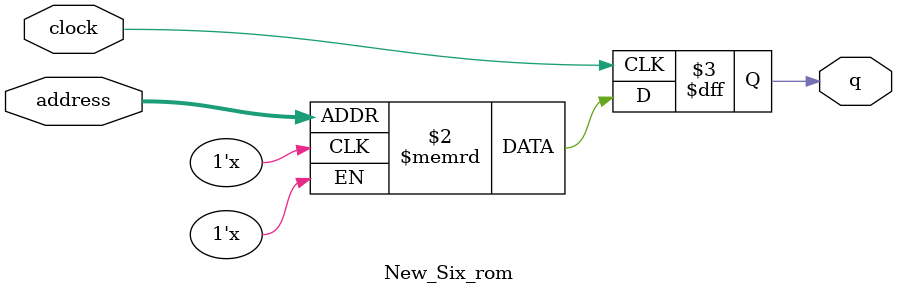
<source format=sv>
module New_Six_rom (
	input logic clock,
	input logic [7:0] address,
	output logic [0:0] q
);

logic [0:0] memory [0:195] /* synthesis ram_init_file = "./New_Six/New_Six.mif" */;

always_ff @ (posedge clock) begin
	q <= memory[address];
end

endmodule

</source>
